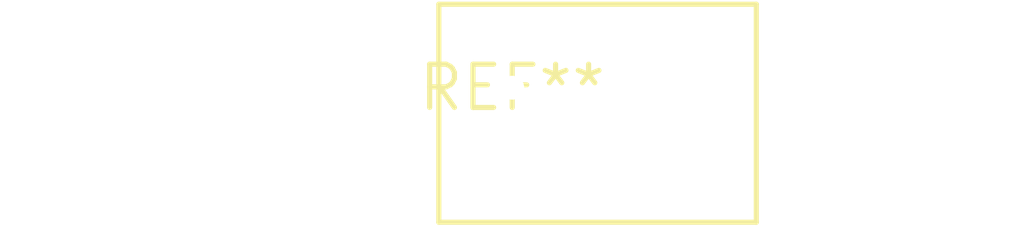
<source format=kicad_pcb>
(kicad_pcb (version 20240108) (generator pcbnew)
  (layers (0 "F.Cu" signal) (31 "B.Cu" signal) (34 "B.Paste" user) (35 "F.Paste" user) (36 "B.SilkS" user "B.Silkscreen") (37 "F.SilkS" user "F.Silkscreen") (38 "B.Mask" user) (39 "F.Mask" user) (44 "Edge.Cuts" user))
  (net 0 "")
  (footprint "RV_Disc_D9mm_W6.1mm_P5mm" (layer "F.Cu") (at 0 0)
    (property "Reference" "REF**")
    (property "Value" "RV_Disc_D9mm_W6.1mm_P5mm")
    (fp_line (start -2.15 -2.45) (end -2.15 3.95) (layer "F.SilkS") (stroke (width 0.15)))
    (fp_line (start -2.15 -2.45) (end 7.15 -2.45) (layer "F.SilkS") (stroke (width 0.15)))
    (fp_line (start -2.15 3.95) (end 7.15 3.95) (layer "F.SilkS") (stroke (width 0.15)))
    (fp_line (start 7.15 -2.45) (end 7.15 3.95) (layer "F.SilkS") (stroke (width 0.15)))
    (pad "1" thru_hole circle (at 0 0) (size 1.6 1.6) (drill 0.7) (layers *.Cu *.Mask) (remove_unused_layers))
    (pad "2" thru_hole circle (at 5 1.5 90) (size 1.6 1.6) (drill 0.7) (layers *.Cu *.Mask) (remove_unused_layers))
  )
)
</source>
